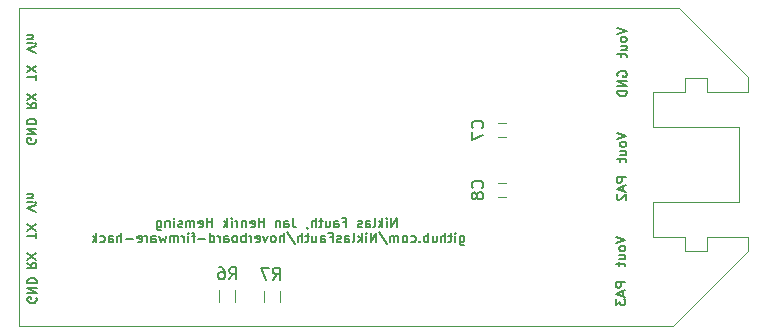
<source format=gbo>
%TF.GenerationSoftware,KiCad,Pcbnew,5.0.1*%
%TF.CreationDate,2019-02-24T22:19:24+01:00*%
%TF.ProjectId,bobbycar,626F6262796361722E6B696361645F70,rev?*%
%TF.SameCoordinates,Original*%
%TF.FileFunction,Legend,Bot*%
%TF.FilePolarity,Positive*%
%FSLAX46Y46*%
G04 Gerber Fmt 4.6, Leading zero omitted, Abs format (unit mm)*
G04 Created by KiCad (PCBNEW 5.0.1) date So 24 Feb 2019 22:19:24 CET*
%MOMM*%
%LPD*%
G01*
G04 APERTURE LIST*
%ADD10C,0.150000*%
%ADD11C,0.200000*%
%ADD12C,0.100000*%
%ADD13C,0.120000*%
G04 APERTURE END LIST*
D10*
X137907380Y-104857571D02*
X137907380Y-105505190D01*
X137945476Y-105581380D01*
X137983571Y-105619476D01*
X138059761Y-105657571D01*
X138174047Y-105657571D01*
X138250238Y-105619476D01*
X137907380Y-105352809D02*
X137983571Y-105390904D01*
X138135952Y-105390904D01*
X138212142Y-105352809D01*
X138250238Y-105314714D01*
X138288333Y-105238523D01*
X138288333Y-105009952D01*
X138250238Y-104933761D01*
X138212142Y-104895666D01*
X138135952Y-104857571D01*
X137983571Y-104857571D01*
X137907380Y-104895666D01*
X137526428Y-105390904D02*
X137526428Y-104857571D01*
X137526428Y-104590904D02*
X137564523Y-104629000D01*
X137526428Y-104667095D01*
X137488333Y-104629000D01*
X137526428Y-104590904D01*
X137526428Y-104667095D01*
X137259761Y-104857571D02*
X136955000Y-104857571D01*
X137145476Y-104590904D02*
X137145476Y-105276619D01*
X137107380Y-105352809D01*
X137031190Y-105390904D01*
X136955000Y-105390904D01*
X136688333Y-105390904D02*
X136688333Y-104590904D01*
X136345476Y-105390904D02*
X136345476Y-104971857D01*
X136383571Y-104895666D01*
X136459761Y-104857571D01*
X136574047Y-104857571D01*
X136650238Y-104895666D01*
X136688333Y-104933761D01*
X135621666Y-104857571D02*
X135621666Y-105390904D01*
X135964523Y-104857571D02*
X135964523Y-105276619D01*
X135926428Y-105352809D01*
X135850238Y-105390904D01*
X135735952Y-105390904D01*
X135659761Y-105352809D01*
X135621666Y-105314714D01*
X135240714Y-105390904D02*
X135240714Y-104590904D01*
X135240714Y-104895666D02*
X135164523Y-104857571D01*
X135012142Y-104857571D01*
X134935952Y-104895666D01*
X134897857Y-104933761D01*
X134859761Y-105009952D01*
X134859761Y-105238523D01*
X134897857Y-105314714D01*
X134935952Y-105352809D01*
X135012142Y-105390904D01*
X135164523Y-105390904D01*
X135240714Y-105352809D01*
X134516904Y-105314714D02*
X134478809Y-105352809D01*
X134516904Y-105390904D01*
X134555000Y-105352809D01*
X134516904Y-105314714D01*
X134516904Y-105390904D01*
X133793095Y-105352809D02*
X133869285Y-105390904D01*
X134021666Y-105390904D01*
X134097857Y-105352809D01*
X134135952Y-105314714D01*
X134174047Y-105238523D01*
X134174047Y-105009952D01*
X134135952Y-104933761D01*
X134097857Y-104895666D01*
X134021666Y-104857571D01*
X133869285Y-104857571D01*
X133793095Y-104895666D01*
X133335952Y-105390904D02*
X133412142Y-105352809D01*
X133450238Y-105314714D01*
X133488333Y-105238523D01*
X133488333Y-105009952D01*
X133450238Y-104933761D01*
X133412142Y-104895666D01*
X133335952Y-104857571D01*
X133221666Y-104857571D01*
X133145476Y-104895666D01*
X133107380Y-104933761D01*
X133069285Y-105009952D01*
X133069285Y-105238523D01*
X133107380Y-105314714D01*
X133145476Y-105352809D01*
X133221666Y-105390904D01*
X133335952Y-105390904D01*
X132726428Y-105390904D02*
X132726428Y-104857571D01*
X132726428Y-104933761D02*
X132688333Y-104895666D01*
X132612142Y-104857571D01*
X132497857Y-104857571D01*
X132421666Y-104895666D01*
X132383571Y-104971857D01*
X132383571Y-105390904D01*
X132383571Y-104971857D02*
X132345476Y-104895666D01*
X132269285Y-104857571D01*
X132155000Y-104857571D01*
X132078809Y-104895666D01*
X132040714Y-104971857D01*
X132040714Y-105390904D01*
X131088333Y-104552809D02*
X131774047Y-105581380D01*
X130821666Y-105390904D02*
X130821666Y-104590904D01*
X130364523Y-105390904D01*
X130364523Y-104590904D01*
X129983571Y-105390904D02*
X129983571Y-104857571D01*
X129983571Y-104590904D02*
X130021666Y-104629000D01*
X129983571Y-104667095D01*
X129945476Y-104629000D01*
X129983571Y-104590904D01*
X129983571Y-104667095D01*
X129602619Y-105390904D02*
X129602619Y-104590904D01*
X129526428Y-105086142D02*
X129297857Y-105390904D01*
X129297857Y-104857571D02*
X129602619Y-105162333D01*
X128840714Y-105390904D02*
X128916904Y-105352809D01*
X128955000Y-105276619D01*
X128955000Y-104590904D01*
X128193095Y-105390904D02*
X128193095Y-104971857D01*
X128231190Y-104895666D01*
X128307380Y-104857571D01*
X128459761Y-104857571D01*
X128535952Y-104895666D01*
X128193095Y-105352809D02*
X128269285Y-105390904D01*
X128459761Y-105390904D01*
X128535952Y-105352809D01*
X128574047Y-105276619D01*
X128574047Y-105200428D01*
X128535952Y-105124238D01*
X128459761Y-105086142D01*
X128269285Y-105086142D01*
X128193095Y-105048047D01*
X127850238Y-105352809D02*
X127774047Y-105390904D01*
X127621666Y-105390904D01*
X127545476Y-105352809D01*
X127507380Y-105276619D01*
X127507380Y-105238523D01*
X127545476Y-105162333D01*
X127621666Y-105124238D01*
X127735952Y-105124238D01*
X127812142Y-105086142D01*
X127850238Y-105009952D01*
X127850238Y-104971857D01*
X127812142Y-104895666D01*
X127735952Y-104857571D01*
X127621666Y-104857571D01*
X127545476Y-104895666D01*
X126897857Y-104971857D02*
X127164523Y-104971857D01*
X127164523Y-105390904D02*
X127164523Y-104590904D01*
X126783571Y-104590904D01*
X126135952Y-105390904D02*
X126135952Y-104971857D01*
X126174047Y-104895666D01*
X126250238Y-104857571D01*
X126402619Y-104857571D01*
X126478809Y-104895666D01*
X126135952Y-105352809D02*
X126212142Y-105390904D01*
X126402619Y-105390904D01*
X126478809Y-105352809D01*
X126516904Y-105276619D01*
X126516904Y-105200428D01*
X126478809Y-105124238D01*
X126402619Y-105086142D01*
X126212142Y-105086142D01*
X126135952Y-105048047D01*
X125412142Y-104857571D02*
X125412142Y-105390904D01*
X125755000Y-104857571D02*
X125755000Y-105276619D01*
X125716904Y-105352809D01*
X125640714Y-105390904D01*
X125526428Y-105390904D01*
X125450238Y-105352809D01*
X125412142Y-105314714D01*
X125145476Y-104857571D02*
X124840714Y-104857571D01*
X125031190Y-104590904D02*
X125031190Y-105276619D01*
X124993095Y-105352809D01*
X124916904Y-105390904D01*
X124840714Y-105390904D01*
X124574047Y-105390904D02*
X124574047Y-104590904D01*
X124231190Y-105390904D02*
X124231190Y-104971857D01*
X124269285Y-104895666D01*
X124345476Y-104857571D01*
X124459761Y-104857571D01*
X124535952Y-104895666D01*
X124574047Y-104933761D01*
X123278809Y-104552809D02*
X123964523Y-105581380D01*
X123012142Y-105390904D02*
X123012142Y-104590904D01*
X122669285Y-105390904D02*
X122669285Y-104971857D01*
X122707380Y-104895666D01*
X122783571Y-104857571D01*
X122897857Y-104857571D01*
X122974047Y-104895666D01*
X123012142Y-104933761D01*
X122174047Y-105390904D02*
X122250238Y-105352809D01*
X122288333Y-105314714D01*
X122326428Y-105238523D01*
X122326428Y-105009952D01*
X122288333Y-104933761D01*
X122250238Y-104895666D01*
X122174047Y-104857571D01*
X122059761Y-104857571D01*
X121983571Y-104895666D01*
X121945476Y-104933761D01*
X121907380Y-105009952D01*
X121907380Y-105238523D01*
X121945476Y-105314714D01*
X121983571Y-105352809D01*
X122059761Y-105390904D01*
X122174047Y-105390904D01*
X121640714Y-104857571D02*
X121450238Y-105390904D01*
X121259761Y-104857571D01*
X120650238Y-105352809D02*
X120726428Y-105390904D01*
X120878809Y-105390904D01*
X120955000Y-105352809D01*
X120993095Y-105276619D01*
X120993095Y-104971857D01*
X120955000Y-104895666D01*
X120878809Y-104857571D01*
X120726428Y-104857571D01*
X120650238Y-104895666D01*
X120612142Y-104971857D01*
X120612142Y-105048047D01*
X120993095Y-105124238D01*
X120269285Y-105390904D02*
X120269285Y-104857571D01*
X120269285Y-105009952D02*
X120231190Y-104933761D01*
X120193095Y-104895666D01*
X120116904Y-104857571D01*
X120040714Y-104857571D01*
X119774047Y-105390904D02*
X119774047Y-104590904D01*
X119774047Y-104895666D02*
X119697857Y-104857571D01*
X119545476Y-104857571D01*
X119469285Y-104895666D01*
X119431190Y-104933761D01*
X119393095Y-105009952D01*
X119393095Y-105238523D01*
X119431190Y-105314714D01*
X119469285Y-105352809D01*
X119545476Y-105390904D01*
X119697857Y-105390904D01*
X119774047Y-105352809D01*
X118935952Y-105390904D02*
X119012142Y-105352809D01*
X119050238Y-105314714D01*
X119088333Y-105238523D01*
X119088333Y-105009952D01*
X119050238Y-104933761D01*
X119012142Y-104895666D01*
X118935952Y-104857571D01*
X118821666Y-104857571D01*
X118745476Y-104895666D01*
X118707380Y-104933761D01*
X118669285Y-105009952D01*
X118669285Y-105238523D01*
X118707380Y-105314714D01*
X118745476Y-105352809D01*
X118821666Y-105390904D01*
X118935952Y-105390904D01*
X117983571Y-105390904D02*
X117983571Y-104971857D01*
X118021666Y-104895666D01*
X118097857Y-104857571D01*
X118250238Y-104857571D01*
X118326428Y-104895666D01*
X117983571Y-105352809D02*
X118059761Y-105390904D01*
X118250238Y-105390904D01*
X118326428Y-105352809D01*
X118364523Y-105276619D01*
X118364523Y-105200428D01*
X118326428Y-105124238D01*
X118250238Y-105086142D01*
X118059761Y-105086142D01*
X117983571Y-105048047D01*
X117602619Y-105390904D02*
X117602619Y-104857571D01*
X117602619Y-105009952D02*
X117564523Y-104933761D01*
X117526428Y-104895666D01*
X117450238Y-104857571D01*
X117374047Y-104857571D01*
X116764523Y-105390904D02*
X116764523Y-104590904D01*
X116764523Y-105352809D02*
X116840714Y-105390904D01*
X116993095Y-105390904D01*
X117069285Y-105352809D01*
X117107380Y-105314714D01*
X117145476Y-105238523D01*
X117145476Y-105009952D01*
X117107380Y-104933761D01*
X117069285Y-104895666D01*
X116993095Y-104857571D01*
X116840714Y-104857571D01*
X116764523Y-104895666D01*
X116383571Y-105086142D02*
X115774047Y-105086142D01*
X115507380Y-104857571D02*
X115202619Y-104857571D01*
X115393095Y-105390904D02*
X115393095Y-104705190D01*
X115355000Y-104629000D01*
X115278809Y-104590904D01*
X115202619Y-104590904D01*
X114935952Y-105390904D02*
X114935952Y-104857571D01*
X114935952Y-104590904D02*
X114974047Y-104629000D01*
X114935952Y-104667095D01*
X114897857Y-104629000D01*
X114935952Y-104590904D01*
X114935952Y-104667095D01*
X114555000Y-105390904D02*
X114555000Y-104857571D01*
X114555000Y-105009952D02*
X114516904Y-104933761D01*
X114478809Y-104895666D01*
X114402619Y-104857571D01*
X114326428Y-104857571D01*
X114059761Y-105390904D02*
X114059761Y-104857571D01*
X114059761Y-104933761D02*
X114021666Y-104895666D01*
X113945476Y-104857571D01*
X113831190Y-104857571D01*
X113755000Y-104895666D01*
X113716904Y-104971857D01*
X113716904Y-105390904D01*
X113716904Y-104971857D02*
X113678809Y-104895666D01*
X113602619Y-104857571D01*
X113488333Y-104857571D01*
X113412142Y-104895666D01*
X113374047Y-104971857D01*
X113374047Y-105390904D01*
X113069285Y-104857571D02*
X112916904Y-105390904D01*
X112764523Y-105009952D01*
X112612142Y-105390904D01*
X112459761Y-104857571D01*
X111812142Y-105390904D02*
X111812142Y-104971857D01*
X111850238Y-104895666D01*
X111926428Y-104857571D01*
X112078809Y-104857571D01*
X112155000Y-104895666D01*
X111812142Y-105352809D02*
X111888333Y-105390904D01*
X112078809Y-105390904D01*
X112155000Y-105352809D01*
X112193095Y-105276619D01*
X112193095Y-105200428D01*
X112155000Y-105124238D01*
X112078809Y-105086142D01*
X111888333Y-105086142D01*
X111812142Y-105048047D01*
X111431190Y-105390904D02*
X111431190Y-104857571D01*
X111431190Y-105009952D02*
X111393095Y-104933761D01*
X111355000Y-104895666D01*
X111278809Y-104857571D01*
X111202619Y-104857571D01*
X110631190Y-105352809D02*
X110707380Y-105390904D01*
X110859761Y-105390904D01*
X110935952Y-105352809D01*
X110974047Y-105276619D01*
X110974047Y-104971857D01*
X110935952Y-104895666D01*
X110859761Y-104857571D01*
X110707380Y-104857571D01*
X110631190Y-104895666D01*
X110593095Y-104971857D01*
X110593095Y-105048047D01*
X110974047Y-105124238D01*
X110250238Y-105086142D02*
X109640714Y-105086142D01*
X109259761Y-105390904D02*
X109259761Y-104590904D01*
X108916904Y-105390904D02*
X108916904Y-104971857D01*
X108955000Y-104895666D01*
X109031190Y-104857571D01*
X109145476Y-104857571D01*
X109221666Y-104895666D01*
X109259761Y-104933761D01*
X108193095Y-105390904D02*
X108193095Y-104971857D01*
X108231190Y-104895666D01*
X108307380Y-104857571D01*
X108459761Y-104857571D01*
X108535952Y-104895666D01*
X108193095Y-105352809D02*
X108269285Y-105390904D01*
X108459761Y-105390904D01*
X108535952Y-105352809D01*
X108574047Y-105276619D01*
X108574047Y-105200428D01*
X108535952Y-105124238D01*
X108459761Y-105086142D01*
X108269285Y-105086142D01*
X108193095Y-105048047D01*
X107469285Y-105352809D02*
X107545476Y-105390904D01*
X107697857Y-105390904D01*
X107774047Y-105352809D01*
X107812142Y-105314714D01*
X107850238Y-105238523D01*
X107850238Y-105009952D01*
X107812142Y-104933761D01*
X107774047Y-104895666D01*
X107697857Y-104857571D01*
X107545476Y-104857571D01*
X107469285Y-104895666D01*
X107126428Y-105390904D02*
X107126428Y-104590904D01*
X107050238Y-105086142D02*
X106821666Y-105390904D01*
X106821666Y-104857571D02*
X107126428Y-105162333D01*
X132580380Y-104120904D02*
X132580380Y-103320904D01*
X132123238Y-104120904D01*
X132123238Y-103320904D01*
X131742285Y-104120904D02*
X131742285Y-103587571D01*
X131742285Y-103320904D02*
X131780380Y-103359000D01*
X131742285Y-103397095D01*
X131704190Y-103359000D01*
X131742285Y-103320904D01*
X131742285Y-103397095D01*
X131361333Y-104120904D02*
X131361333Y-103320904D01*
X131285142Y-103816142D02*
X131056571Y-104120904D01*
X131056571Y-103587571D02*
X131361333Y-103892333D01*
X130599428Y-104120904D02*
X130675619Y-104082809D01*
X130713714Y-104006619D01*
X130713714Y-103320904D01*
X129951809Y-104120904D02*
X129951809Y-103701857D01*
X129989904Y-103625666D01*
X130066095Y-103587571D01*
X130218476Y-103587571D01*
X130294666Y-103625666D01*
X129951809Y-104082809D02*
X130028000Y-104120904D01*
X130218476Y-104120904D01*
X130294666Y-104082809D01*
X130332761Y-104006619D01*
X130332761Y-103930428D01*
X130294666Y-103854238D01*
X130218476Y-103816142D01*
X130028000Y-103816142D01*
X129951809Y-103778047D01*
X129608952Y-104082809D02*
X129532761Y-104120904D01*
X129380380Y-104120904D01*
X129304190Y-104082809D01*
X129266095Y-104006619D01*
X129266095Y-103968523D01*
X129304190Y-103892333D01*
X129380380Y-103854238D01*
X129494666Y-103854238D01*
X129570857Y-103816142D01*
X129608952Y-103739952D01*
X129608952Y-103701857D01*
X129570857Y-103625666D01*
X129494666Y-103587571D01*
X129380380Y-103587571D01*
X129304190Y-103625666D01*
X128047047Y-103701857D02*
X128313714Y-103701857D01*
X128313714Y-104120904D02*
X128313714Y-103320904D01*
X127932761Y-103320904D01*
X127285142Y-104120904D02*
X127285142Y-103701857D01*
X127323238Y-103625666D01*
X127399428Y-103587571D01*
X127551809Y-103587571D01*
X127628000Y-103625666D01*
X127285142Y-104082809D02*
X127361333Y-104120904D01*
X127551809Y-104120904D01*
X127628000Y-104082809D01*
X127666095Y-104006619D01*
X127666095Y-103930428D01*
X127628000Y-103854238D01*
X127551809Y-103816142D01*
X127361333Y-103816142D01*
X127285142Y-103778047D01*
X126561333Y-103587571D02*
X126561333Y-104120904D01*
X126904190Y-103587571D02*
X126904190Y-104006619D01*
X126866095Y-104082809D01*
X126789904Y-104120904D01*
X126675619Y-104120904D01*
X126599428Y-104082809D01*
X126561333Y-104044714D01*
X126294666Y-103587571D02*
X125989904Y-103587571D01*
X126180380Y-103320904D02*
X126180380Y-104006619D01*
X126142285Y-104082809D01*
X126066095Y-104120904D01*
X125989904Y-104120904D01*
X125723238Y-104120904D02*
X125723238Y-103320904D01*
X125380380Y-104120904D02*
X125380380Y-103701857D01*
X125418476Y-103625666D01*
X125494666Y-103587571D01*
X125608952Y-103587571D01*
X125685142Y-103625666D01*
X125723238Y-103663761D01*
X124961333Y-104082809D02*
X124961333Y-104120904D01*
X124999428Y-104197095D01*
X125037523Y-104235190D01*
X123780380Y-103320904D02*
X123780380Y-103892333D01*
X123818476Y-104006619D01*
X123894666Y-104082809D01*
X124008952Y-104120904D01*
X124085142Y-104120904D01*
X123056571Y-104120904D02*
X123056571Y-103701857D01*
X123094666Y-103625666D01*
X123170857Y-103587571D01*
X123323238Y-103587571D01*
X123399428Y-103625666D01*
X123056571Y-104082809D02*
X123132761Y-104120904D01*
X123323238Y-104120904D01*
X123399428Y-104082809D01*
X123437523Y-104006619D01*
X123437523Y-103930428D01*
X123399428Y-103854238D01*
X123323238Y-103816142D01*
X123132761Y-103816142D01*
X123056571Y-103778047D01*
X122675619Y-103587571D02*
X122675619Y-104120904D01*
X122675619Y-103663761D02*
X122637523Y-103625666D01*
X122561333Y-103587571D01*
X122447047Y-103587571D01*
X122370857Y-103625666D01*
X122332761Y-103701857D01*
X122332761Y-104120904D01*
X121342285Y-104120904D02*
X121342285Y-103320904D01*
X121342285Y-103701857D02*
X120885142Y-103701857D01*
X120885142Y-104120904D02*
X120885142Y-103320904D01*
X120199428Y-104082809D02*
X120275619Y-104120904D01*
X120427999Y-104120904D01*
X120504190Y-104082809D01*
X120542285Y-104006619D01*
X120542285Y-103701857D01*
X120504190Y-103625666D01*
X120427999Y-103587571D01*
X120275619Y-103587571D01*
X120199428Y-103625666D01*
X120161333Y-103701857D01*
X120161333Y-103778047D01*
X120542285Y-103854238D01*
X119818476Y-103587571D02*
X119818476Y-104120904D01*
X119818476Y-103663761D02*
X119780380Y-103625666D01*
X119704190Y-103587571D01*
X119589904Y-103587571D01*
X119513714Y-103625666D01*
X119475619Y-103701857D01*
X119475619Y-104120904D01*
X119094666Y-104120904D02*
X119094666Y-103587571D01*
X119094666Y-103739952D02*
X119056571Y-103663761D01*
X119018476Y-103625666D01*
X118942285Y-103587571D01*
X118866095Y-103587571D01*
X118599428Y-104120904D02*
X118599428Y-103587571D01*
X118599428Y-103320904D02*
X118637523Y-103359000D01*
X118599428Y-103397095D01*
X118561333Y-103359000D01*
X118599428Y-103320904D01*
X118599428Y-103397095D01*
X118218476Y-104120904D02*
X118218476Y-103320904D01*
X118142285Y-103816142D02*
X117913714Y-104120904D01*
X117913714Y-103587571D02*
X118218476Y-103892333D01*
X116961333Y-104120904D02*
X116961333Y-103320904D01*
X116961333Y-103701857D02*
X116504190Y-103701857D01*
X116504190Y-104120904D02*
X116504190Y-103320904D01*
X115818476Y-104082809D02*
X115894666Y-104120904D01*
X116047047Y-104120904D01*
X116123238Y-104082809D01*
X116161333Y-104006619D01*
X116161333Y-103701857D01*
X116123238Y-103625666D01*
X116047047Y-103587571D01*
X115894666Y-103587571D01*
X115818476Y-103625666D01*
X115780380Y-103701857D01*
X115780380Y-103778047D01*
X116161333Y-103854238D01*
X115437523Y-104120904D02*
X115437523Y-103587571D01*
X115437523Y-103663761D02*
X115399428Y-103625666D01*
X115323238Y-103587571D01*
X115208952Y-103587571D01*
X115132761Y-103625666D01*
X115094666Y-103701857D01*
X115094666Y-104120904D01*
X115094666Y-103701857D02*
X115056571Y-103625666D01*
X114980380Y-103587571D01*
X114866095Y-103587571D01*
X114789904Y-103625666D01*
X114751809Y-103701857D01*
X114751809Y-104120904D01*
X114408952Y-104082809D02*
X114332761Y-104120904D01*
X114180380Y-104120904D01*
X114104190Y-104082809D01*
X114066095Y-104006619D01*
X114066095Y-103968523D01*
X114104190Y-103892333D01*
X114180380Y-103854238D01*
X114294666Y-103854238D01*
X114370857Y-103816142D01*
X114408952Y-103739952D01*
X114408952Y-103701857D01*
X114370857Y-103625666D01*
X114294666Y-103587571D01*
X114180380Y-103587571D01*
X114104190Y-103625666D01*
X113723238Y-104120904D02*
X113723238Y-103587571D01*
X113723238Y-103320904D02*
X113761333Y-103359000D01*
X113723238Y-103397095D01*
X113685142Y-103359000D01*
X113723238Y-103320904D01*
X113723238Y-103397095D01*
X113342285Y-103587571D02*
X113342285Y-104120904D01*
X113342285Y-103663761D02*
X113304190Y-103625666D01*
X113228000Y-103587571D01*
X113113714Y-103587571D01*
X113037523Y-103625666D01*
X112999428Y-103701857D01*
X112999428Y-104120904D01*
X112275619Y-103587571D02*
X112275619Y-104235190D01*
X112313714Y-104311380D01*
X112351809Y-104349476D01*
X112428000Y-104387571D01*
X112542285Y-104387571D01*
X112618476Y-104349476D01*
X112275619Y-104082809D02*
X112351809Y-104120904D01*
X112504190Y-104120904D01*
X112580380Y-104082809D01*
X112618476Y-104044714D01*
X112656571Y-103968523D01*
X112656571Y-103739952D01*
X112618476Y-103663761D01*
X112580380Y-103625666D01*
X112504190Y-103587571D01*
X112351809Y-103587571D01*
X112275619Y-103625666D01*
D11*
X151936404Y-108794666D02*
X151136404Y-108794666D01*
X151136404Y-109099428D01*
X151174500Y-109175619D01*
X151212595Y-109213714D01*
X151288785Y-109251809D01*
X151403071Y-109251809D01*
X151479261Y-109213714D01*
X151517357Y-109175619D01*
X151555452Y-109099428D01*
X151555452Y-108794666D01*
X151707833Y-109556571D02*
X151707833Y-109937523D01*
X151936404Y-109480380D02*
X151136404Y-109747047D01*
X151936404Y-110013714D01*
X151136404Y-110204190D02*
X151136404Y-110699428D01*
X151441166Y-110432761D01*
X151441166Y-110547047D01*
X151479261Y-110623238D01*
X151517357Y-110661333D01*
X151593547Y-110699428D01*
X151784023Y-110699428D01*
X151860214Y-110661333D01*
X151898309Y-110623238D01*
X151936404Y-110547047D01*
X151936404Y-110318476D01*
X151898309Y-110242285D01*
X151860214Y-110204190D01*
X151999904Y-99904666D02*
X151199904Y-99904666D01*
X151199904Y-100209428D01*
X151238000Y-100285619D01*
X151276095Y-100323714D01*
X151352285Y-100361809D01*
X151466571Y-100361809D01*
X151542761Y-100323714D01*
X151580857Y-100285619D01*
X151618952Y-100209428D01*
X151618952Y-99904666D01*
X151771333Y-100666571D02*
X151771333Y-101047523D01*
X151999904Y-100590380D02*
X151199904Y-100857047D01*
X151999904Y-101123714D01*
X151276095Y-101352285D02*
X151238000Y-101390380D01*
X151199904Y-101466571D01*
X151199904Y-101657047D01*
X151238000Y-101733238D01*
X151276095Y-101771333D01*
X151352285Y-101809428D01*
X151428476Y-101809428D01*
X151542761Y-101771333D01*
X151999904Y-101314190D01*
X151999904Y-101809428D01*
X101238095Y-107130833D02*
X101619047Y-107397500D01*
X101238095Y-107587976D02*
X102038095Y-107587976D01*
X102038095Y-107283214D01*
X102000000Y-107207023D01*
X101961904Y-107168928D01*
X101885714Y-107130833D01*
X101771428Y-107130833D01*
X101695238Y-107168928D01*
X101657142Y-107207023D01*
X101619047Y-107283214D01*
X101619047Y-107587976D01*
X102038095Y-106864166D02*
X101238095Y-106330833D01*
X102038095Y-106330833D02*
X101238095Y-106864166D01*
X102038095Y-105067023D02*
X102038095Y-104609880D01*
X101238095Y-104838452D02*
X102038095Y-104838452D01*
X102038095Y-104419404D02*
X101238095Y-103886071D01*
X102038095Y-103886071D02*
X101238095Y-104419404D01*
X101238095Y-93605333D02*
X101619047Y-93872000D01*
X101238095Y-94062476D02*
X102038095Y-94062476D01*
X102038095Y-93757714D01*
X102000000Y-93681523D01*
X101961904Y-93643428D01*
X101885714Y-93605333D01*
X101771428Y-93605333D01*
X101695238Y-93643428D01*
X101657142Y-93681523D01*
X101619047Y-93757714D01*
X101619047Y-94062476D01*
X102038095Y-93338666D02*
X101238095Y-92805333D01*
X102038095Y-92805333D02*
X101238095Y-93338666D01*
X102038095Y-91668523D02*
X102038095Y-91211380D01*
X101238095Y-91439952D02*
X102038095Y-91439952D01*
X102038095Y-91020904D02*
X101238095Y-90487571D01*
X102038095Y-90487571D02*
X101238095Y-91020904D01*
X151136404Y-104952952D02*
X151936404Y-105219619D01*
X151136404Y-105486285D01*
X151936404Y-105867238D02*
X151898309Y-105791047D01*
X151860214Y-105752952D01*
X151784023Y-105714857D01*
X151555452Y-105714857D01*
X151479261Y-105752952D01*
X151441166Y-105791047D01*
X151403071Y-105867238D01*
X151403071Y-105981523D01*
X151441166Y-106057714D01*
X151479261Y-106095809D01*
X151555452Y-106133904D01*
X151784023Y-106133904D01*
X151860214Y-106095809D01*
X151898309Y-106057714D01*
X151936404Y-105981523D01*
X151936404Y-105867238D01*
X151403071Y-106819619D02*
X151936404Y-106819619D01*
X151403071Y-106476761D02*
X151822119Y-106476761D01*
X151898309Y-106514857D01*
X151936404Y-106591047D01*
X151936404Y-106705333D01*
X151898309Y-106781523D01*
X151860214Y-106819619D01*
X151403071Y-107086285D02*
X151403071Y-107391047D01*
X151136404Y-107200571D02*
X151822119Y-107200571D01*
X151898309Y-107238666D01*
X151936404Y-107314857D01*
X151936404Y-107391047D01*
X151199904Y-96126452D02*
X151999904Y-96393119D01*
X151199904Y-96659785D01*
X151999904Y-97040738D02*
X151961809Y-96964547D01*
X151923714Y-96926452D01*
X151847523Y-96888357D01*
X151618952Y-96888357D01*
X151542761Y-96926452D01*
X151504666Y-96964547D01*
X151466571Y-97040738D01*
X151466571Y-97155023D01*
X151504666Y-97231214D01*
X151542761Y-97269309D01*
X151618952Y-97307404D01*
X151847523Y-97307404D01*
X151923714Y-97269309D01*
X151961809Y-97231214D01*
X151999904Y-97155023D01*
X151999904Y-97040738D01*
X151466571Y-97993119D02*
X151999904Y-97993119D01*
X151466571Y-97650261D02*
X151885619Y-97650261D01*
X151961809Y-97688357D01*
X151999904Y-97764547D01*
X151999904Y-97878833D01*
X151961809Y-97955023D01*
X151923714Y-97993119D01*
X151466571Y-98259785D02*
X151466571Y-98564547D01*
X151199904Y-98374071D02*
X151885619Y-98374071D01*
X151961809Y-98412166D01*
X151999904Y-98488357D01*
X151999904Y-98564547D01*
X151263404Y-87236452D02*
X152063404Y-87503119D01*
X151263404Y-87769785D01*
X152063404Y-88150738D02*
X152025309Y-88074547D01*
X151987214Y-88036452D01*
X151911023Y-87998357D01*
X151682452Y-87998357D01*
X151606261Y-88036452D01*
X151568166Y-88074547D01*
X151530071Y-88150738D01*
X151530071Y-88265023D01*
X151568166Y-88341214D01*
X151606261Y-88379309D01*
X151682452Y-88417404D01*
X151911023Y-88417404D01*
X151987214Y-88379309D01*
X152025309Y-88341214D01*
X152063404Y-88265023D01*
X152063404Y-88150738D01*
X151530071Y-89103119D02*
X152063404Y-89103119D01*
X151530071Y-88760261D02*
X151949119Y-88760261D01*
X152025309Y-88798357D01*
X152063404Y-88874547D01*
X152063404Y-88988833D01*
X152025309Y-89065023D01*
X151987214Y-89103119D01*
X151530071Y-89369785D02*
X151530071Y-89674547D01*
X151263404Y-89484071D02*
X151949119Y-89484071D01*
X152025309Y-89522166D01*
X152063404Y-89598357D01*
X152063404Y-89674547D01*
X151301500Y-91338476D02*
X151263404Y-91262285D01*
X151263404Y-91148000D01*
X151301500Y-91033714D01*
X151377690Y-90957523D01*
X151453880Y-90919428D01*
X151606261Y-90881333D01*
X151720547Y-90881333D01*
X151872928Y-90919428D01*
X151949119Y-90957523D01*
X152025309Y-91033714D01*
X152063404Y-91148000D01*
X152063404Y-91224190D01*
X152025309Y-91338476D01*
X151987214Y-91376571D01*
X151720547Y-91376571D01*
X151720547Y-91224190D01*
X152063404Y-91719428D02*
X151263404Y-91719428D01*
X152063404Y-92176571D01*
X151263404Y-92176571D01*
X152063404Y-92557523D02*
X151263404Y-92557523D01*
X151263404Y-92748000D01*
X151301500Y-92862285D01*
X151377690Y-92938476D01*
X151453880Y-92976571D01*
X151606261Y-93014666D01*
X151720547Y-93014666D01*
X151872928Y-92976571D01*
X151949119Y-92938476D01*
X152025309Y-92862285D01*
X152063404Y-92748000D01*
X152063404Y-92557523D01*
X102000000Y-96621523D02*
X102038095Y-96697714D01*
X102038095Y-96812000D01*
X102000000Y-96926285D01*
X101923809Y-97002476D01*
X101847619Y-97040571D01*
X101695238Y-97078666D01*
X101580952Y-97078666D01*
X101428571Y-97040571D01*
X101352380Y-97002476D01*
X101276190Y-96926285D01*
X101238095Y-96812000D01*
X101238095Y-96735809D01*
X101276190Y-96621523D01*
X101314285Y-96583428D01*
X101580952Y-96583428D01*
X101580952Y-96735809D01*
X101238095Y-96240571D02*
X102038095Y-96240571D01*
X101238095Y-95783428D01*
X102038095Y-95783428D01*
X101238095Y-95402476D02*
X102038095Y-95402476D01*
X102038095Y-95212000D01*
X102000000Y-95097714D01*
X101923809Y-95021523D01*
X101847619Y-94983428D01*
X101695238Y-94945333D01*
X101580952Y-94945333D01*
X101428571Y-94983428D01*
X101352380Y-95021523D01*
X101276190Y-95097714D01*
X101238095Y-95212000D01*
X101238095Y-95402476D01*
X102063500Y-110083523D02*
X102101595Y-110159714D01*
X102101595Y-110274000D01*
X102063500Y-110388285D01*
X101987309Y-110464476D01*
X101911119Y-110502571D01*
X101758738Y-110540666D01*
X101644452Y-110540666D01*
X101492071Y-110502571D01*
X101415880Y-110464476D01*
X101339690Y-110388285D01*
X101301595Y-110274000D01*
X101301595Y-110197809D01*
X101339690Y-110083523D01*
X101377785Y-110045428D01*
X101644452Y-110045428D01*
X101644452Y-110197809D01*
X101301595Y-109702571D02*
X102101595Y-109702571D01*
X101301595Y-109245428D01*
X102101595Y-109245428D01*
X101301595Y-108864476D02*
X102101595Y-108864476D01*
X102101595Y-108674000D01*
X102063500Y-108559714D01*
X101987309Y-108483523D01*
X101911119Y-108445428D01*
X101758738Y-108407333D01*
X101644452Y-108407333D01*
X101492071Y-108445428D01*
X101415880Y-108483523D01*
X101339690Y-108559714D01*
X101301595Y-108674000D01*
X101301595Y-108864476D01*
X102038095Y-89338047D02*
X101238095Y-89071380D01*
X102038095Y-88804714D01*
X101238095Y-88538047D02*
X101771428Y-88538047D01*
X102038095Y-88538047D02*
X102000000Y-88576142D01*
X101961904Y-88538047D01*
X102000000Y-88499952D01*
X102038095Y-88538047D01*
X101961904Y-88538047D01*
X101771428Y-88157095D02*
X101238095Y-88157095D01*
X101695238Y-88157095D02*
X101733333Y-88119000D01*
X101771428Y-88042809D01*
X101771428Y-87928523D01*
X101733333Y-87852333D01*
X101657142Y-87814238D01*
X101238095Y-87814238D01*
X102038095Y-102800047D02*
X101238095Y-102533380D01*
X102038095Y-102266714D01*
X101238095Y-102000047D02*
X101771428Y-102000047D01*
X102038095Y-102000047D02*
X102000000Y-102038142D01*
X101961904Y-102000047D01*
X102000000Y-101961952D01*
X102038095Y-102000047D01*
X101961904Y-102000047D01*
X101771428Y-101619095D02*
X101238095Y-101619095D01*
X101695238Y-101619095D02*
X101733333Y-101581000D01*
X101771428Y-101504809D01*
X101771428Y-101390523D01*
X101733333Y-101314333D01*
X101657142Y-101276238D01*
X101238095Y-101276238D01*
D12*
X162306000Y-91440000D02*
X162306000Y-92659200D01*
X158877000Y-92659200D02*
X162306000Y-92659200D01*
X158877000Y-91516200D02*
X158877000Y-92659200D01*
X156972000Y-91516200D02*
X158877000Y-91516200D01*
X156972000Y-92659200D02*
X156972000Y-91516200D01*
X154279600Y-92659200D02*
X156972000Y-92659200D01*
X154279600Y-95605600D02*
X154279600Y-92659200D01*
X161544000Y-95605600D02*
X154279600Y-95605600D01*
X161544000Y-102006400D02*
X161544000Y-95605600D01*
X154279600Y-102006400D02*
X161544000Y-102006400D01*
X154279600Y-104952800D02*
X154279600Y-102006400D01*
X156972000Y-104952800D02*
X154279600Y-104952800D01*
X156972000Y-106095800D02*
X156972000Y-104952800D01*
X158877000Y-106095800D02*
X156972000Y-106095800D01*
X158877000Y-104952800D02*
X158877000Y-106095800D01*
X162306000Y-104952800D02*
X158877000Y-104952800D01*
X162306000Y-106172000D02*
X162306000Y-104952800D01*
X162306000Y-91440000D02*
X156464000Y-85598000D01*
X162306000Y-106172000D02*
X155956000Y-112522000D01*
X100584000Y-85598000D02*
X100584000Y-112522000D01*
X155956000Y-112522000D02*
X100584000Y-112522000D01*
X156464000Y-85598000D02*
X100584000Y-85598000D01*
D13*
X121367000Y-109494000D02*
X121367000Y-110494000D01*
X122727000Y-110494000D02*
X122727000Y-109494000D01*
X117557000Y-109470000D02*
X117557000Y-110470000D01*
X118917000Y-110470000D02*
X118917000Y-109470000D01*
X141140000Y-96485000D02*
X141840000Y-96485000D01*
X141840000Y-95285000D02*
X141140000Y-95285000D01*
X141140000Y-101565000D02*
X141840000Y-101565000D01*
X141840000Y-100365000D02*
X141140000Y-100365000D01*
D10*
X122086666Y-108553380D02*
X122420000Y-108077190D01*
X122658095Y-108553380D02*
X122658095Y-107553380D01*
X122277142Y-107553380D01*
X122181904Y-107601000D01*
X122134285Y-107648619D01*
X122086666Y-107743857D01*
X122086666Y-107886714D01*
X122134285Y-107981952D01*
X122181904Y-108029571D01*
X122277142Y-108077190D01*
X122658095Y-108077190D01*
X121753333Y-107553380D02*
X121086666Y-107553380D01*
X121515238Y-108553380D01*
X118403666Y-108529380D02*
X118737000Y-108053190D01*
X118975095Y-108529380D02*
X118975095Y-107529380D01*
X118594142Y-107529380D01*
X118498904Y-107577000D01*
X118451285Y-107624619D01*
X118403666Y-107719857D01*
X118403666Y-107862714D01*
X118451285Y-107957952D01*
X118498904Y-108005571D01*
X118594142Y-108053190D01*
X118975095Y-108053190D01*
X117546523Y-107529380D02*
X117737000Y-107529380D01*
X117832238Y-107577000D01*
X117879857Y-107624619D01*
X117975095Y-107767476D01*
X118022714Y-107957952D01*
X118022714Y-108338904D01*
X117975095Y-108434142D01*
X117927476Y-108481761D01*
X117832238Y-108529380D01*
X117641761Y-108529380D01*
X117546523Y-108481761D01*
X117498904Y-108434142D01*
X117451285Y-108338904D01*
X117451285Y-108100809D01*
X117498904Y-108005571D01*
X117546523Y-107957952D01*
X117641761Y-107910333D01*
X117832238Y-107910333D01*
X117927476Y-107957952D01*
X117975095Y-108005571D01*
X118022714Y-108100809D01*
X139815142Y-95718333D02*
X139862761Y-95670714D01*
X139910380Y-95527857D01*
X139910380Y-95432619D01*
X139862761Y-95289761D01*
X139767523Y-95194523D01*
X139672285Y-95146904D01*
X139481809Y-95099285D01*
X139338952Y-95099285D01*
X139148476Y-95146904D01*
X139053238Y-95194523D01*
X138958000Y-95289761D01*
X138910380Y-95432619D01*
X138910380Y-95527857D01*
X138958000Y-95670714D01*
X139005619Y-95718333D01*
X138910380Y-96051666D02*
X138910380Y-96718333D01*
X139910380Y-96289761D01*
X139815142Y-100798333D02*
X139862761Y-100750714D01*
X139910380Y-100607857D01*
X139910380Y-100512619D01*
X139862761Y-100369761D01*
X139767523Y-100274523D01*
X139672285Y-100226904D01*
X139481809Y-100179285D01*
X139338952Y-100179285D01*
X139148476Y-100226904D01*
X139053238Y-100274523D01*
X138958000Y-100369761D01*
X138910380Y-100512619D01*
X138910380Y-100607857D01*
X138958000Y-100750714D01*
X139005619Y-100798333D01*
X139338952Y-101369761D02*
X139291333Y-101274523D01*
X139243714Y-101226904D01*
X139148476Y-101179285D01*
X139100857Y-101179285D01*
X139005619Y-101226904D01*
X138958000Y-101274523D01*
X138910380Y-101369761D01*
X138910380Y-101560238D01*
X138958000Y-101655476D01*
X139005619Y-101703095D01*
X139100857Y-101750714D01*
X139148476Y-101750714D01*
X139243714Y-101703095D01*
X139291333Y-101655476D01*
X139338952Y-101560238D01*
X139338952Y-101369761D01*
X139386571Y-101274523D01*
X139434190Y-101226904D01*
X139529428Y-101179285D01*
X139719904Y-101179285D01*
X139815142Y-101226904D01*
X139862761Y-101274523D01*
X139910380Y-101369761D01*
X139910380Y-101560238D01*
X139862761Y-101655476D01*
X139815142Y-101703095D01*
X139719904Y-101750714D01*
X139529428Y-101750714D01*
X139434190Y-101703095D01*
X139386571Y-101655476D01*
X139338952Y-101560238D01*
M02*

</source>
